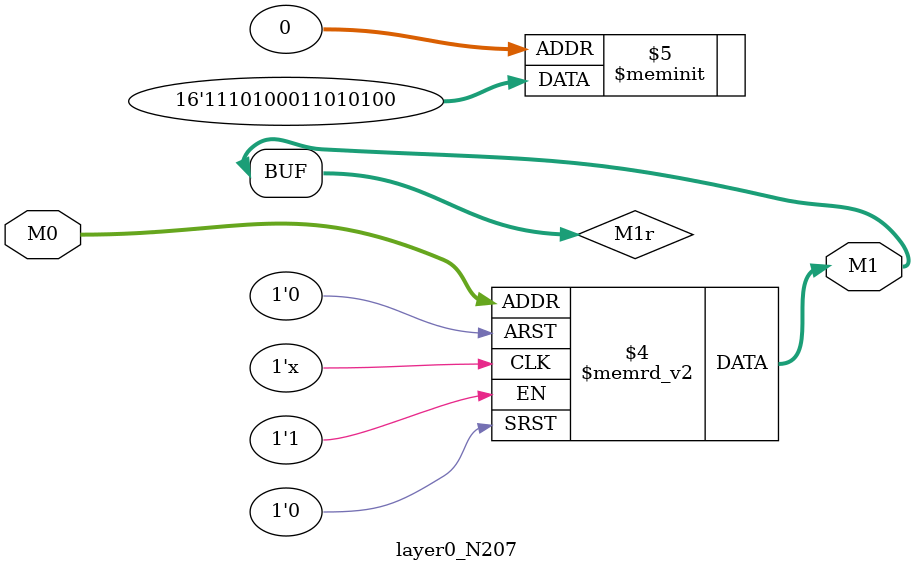
<source format=v>
module layer0_N207 ( input [2:0] M0, output [1:0] M1 );

	(*rom_style = "distributed" *) reg [1:0] M1r;
	assign M1 = M1r;
	always @ (M0) begin
		case (M0)
			3'b000: M1r = 2'b00;
			3'b100: M1r = 2'b00;
			3'b010: M1r = 2'b01;
			3'b110: M1r = 2'b10;
			3'b001: M1r = 2'b01;
			3'b101: M1r = 2'b10;
			3'b011: M1r = 2'b11;
			3'b111: M1r = 2'b11;

		endcase
	end
endmodule

</source>
